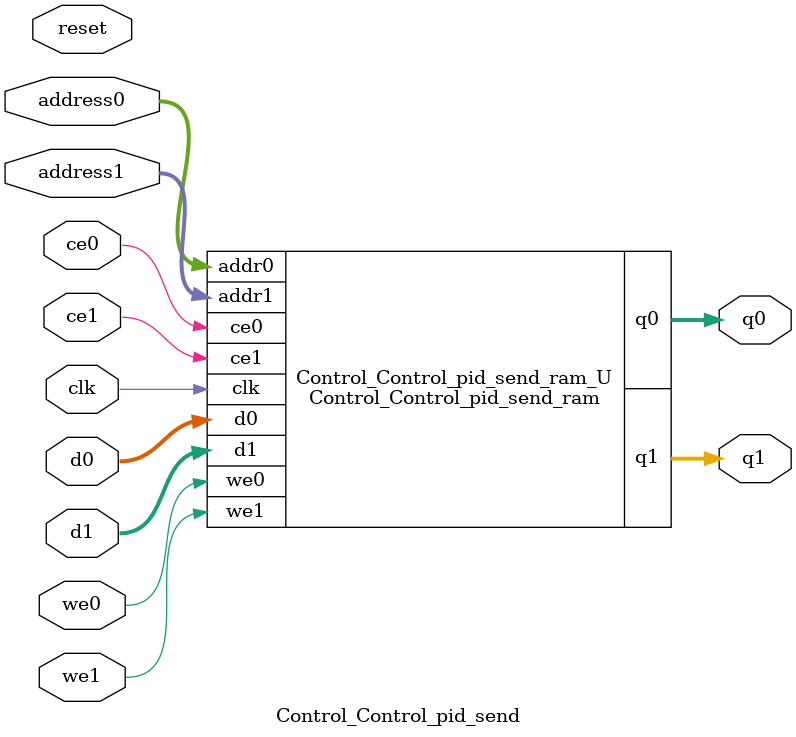
<source format=v>
`timescale 1 ns / 1 ps
module Control_Control_pid_send_ram (addr0, ce0, d0, we0, q0, addr1, ce1, d1, we1, q1,  clk);

parameter DWIDTH = 16;
parameter AWIDTH = 3;
parameter MEM_SIZE = 8;

input[AWIDTH-1:0] addr0;
input ce0;
input[DWIDTH-1:0] d0;
input we0;
output reg[DWIDTH-1:0] q0;
input[AWIDTH-1:0] addr1;
input ce1;
input[DWIDTH-1:0] d1;
input we1;
output reg[DWIDTH-1:0] q1;
input clk;

(* ram_style = "block" *)reg [DWIDTH-1:0] ram[0:MEM_SIZE-1];




always @(posedge clk)  
begin 
    if (ce0) begin
        if (we0) 
            ram[addr0] <= d0; 
        q0 <= ram[addr0];
    end
end


always @(posedge clk)  
begin 
    if (ce1) begin
        if (we1) 
            ram[addr1] <= d1; 
        q1 <= ram[addr1];
    end
end


endmodule

`timescale 1 ns / 1 ps
module Control_Control_pid_send(
    reset,
    clk,
    address0,
    ce0,
    we0,
    d0,
    q0,
    address1,
    ce1,
    we1,
    d1,
    q1);

parameter DataWidth = 32'd16;
parameter AddressRange = 32'd8;
parameter AddressWidth = 32'd3;
input reset;
input clk;
input[AddressWidth - 1:0] address0;
input ce0;
input we0;
input[DataWidth - 1:0] d0;
output[DataWidth - 1:0] q0;
input[AddressWidth - 1:0] address1;
input ce1;
input we1;
input[DataWidth - 1:0] d1;
output[DataWidth - 1:0] q1;



Control_Control_pid_send_ram Control_Control_pid_send_ram_U(
    .clk( clk ),
    .addr0( address0 ),
    .ce0( ce0 ),
    .we0( we0 ),
    .d0( d0 ),
    .q0( q0 ),
    .addr1( address1 ),
    .ce1( ce1 ),
    .we1( we1 ),
    .d1( d1 ),
    .q1( q1 ));

endmodule


</source>
